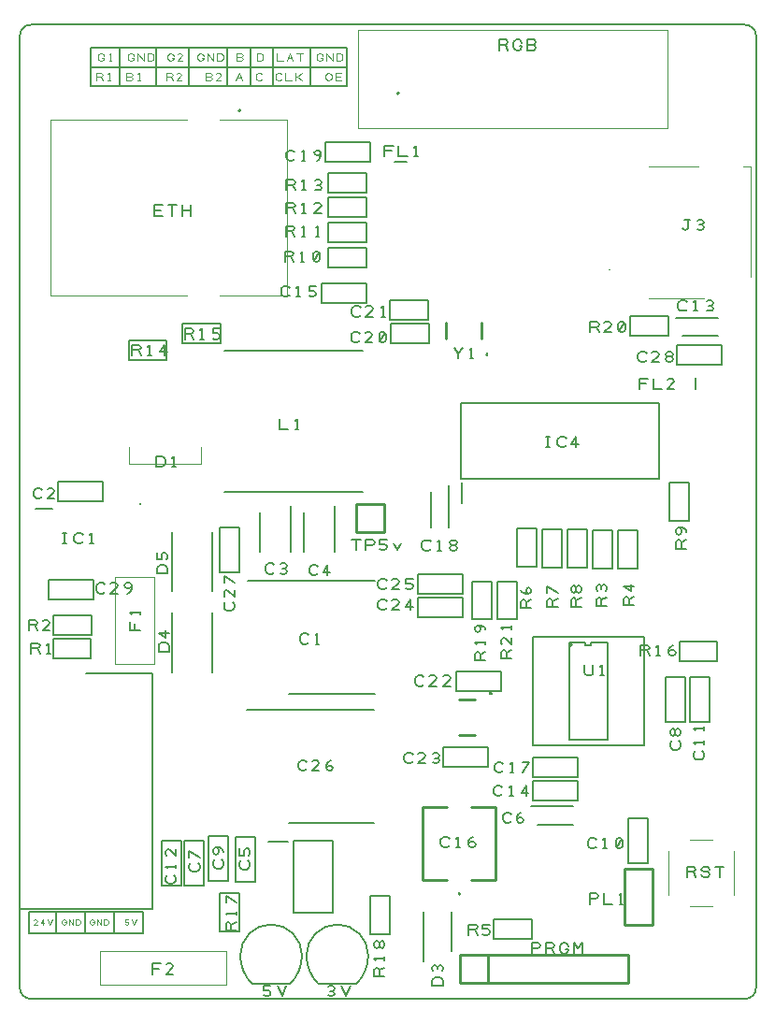
<source format=gto>
G04 DesignSpark PCB Gerber Version 11.0 Build 5877*
G04 #@! TF.Part,Single*
G04 #@! TF.FileFunction,Legend,Top*
G04 #@! TF.FilePolarity,Positive*
%FSLAX35Y35*%
%MOMM*%
%ADD12C,0.02540*%
%ADD13C,0.07620*%
%ADD15C,0.10000*%
%ADD11C,0.12700*%
%ADD14C,0.20000*%
%ADD16C,0.20320*%
%ADD17C,0.25400*%
G04 #@! TD.AperFunction*
X0Y0D02*
D02*
D11*
X120270Y3404940D02*
Y3500190D01*
X175830D01*
X191710Y3492260D01*
X199650Y3476380D01*
X191710Y3460510D01*
X175830Y3452570D01*
X120270D01*
X175830D02*
X199650Y3404940D01*
X310770D02*
X247270D01*
X302830Y3460510D01*
X310770Y3476380D01*
X302830Y3492260D01*
X286960Y3500190D01*
X263150D01*
X247270Y3492260D01*
X123310Y858630D02*
X373310D01*
Y658630D01*
X123310D01*
Y858630D01*
X140810Y68630D02*
X6608310D01*
G75*
G03*
X6708310Y168630I0J100000D01*
G01*
Y8788630D01*
G75*
G03*
X6608310Y8888630I-100000J0D01*
G01*
X140810D01*
G75*
G03*
X40810Y8788630I0J-100000D01*
G01*
Y168630D01*
G75*
G03*
X140810Y68630I100000J0D01*
G01*
X143310Y3194940D02*
Y3290190D01*
X198870D01*
X214750Y3282260D01*
X222690Y3266380D01*
X214750Y3250510D01*
X198870Y3242570D01*
X143310D01*
X198870D02*
X222690Y3194940D01*
X286190D02*
X317940D01*
X302060D02*
Y3290190D01*
X286190Y3274320D01*
X242690Y4613320D02*
X234750Y4605380D01*
X218870Y4597440D01*
X195060D01*
X179190Y4605380D01*
X171250Y4613320D01*
X163310Y4629190D01*
Y4660940D01*
X171250Y4676820D01*
X179190Y4684760D01*
X195060Y4692690D01*
X218870D01*
X234750Y4684760D01*
X242690Y4676820D01*
X353810Y4597440D02*
X290310D01*
X345870Y4653010D01*
X353810Y4668880D01*
X345870Y4684760D01*
X330000Y4692690D01*
X306190D01*
X290310Y4684760D01*
X305110Y3687230D02*
X711510D01*
Y3865030D01*
X305110D01*
Y3687230D01*
X373310Y858630D02*
X633310D01*
Y658630D01*
X373310D01*
Y858630D01*
X388150Y4572450D02*
X794550D01*
Y4750250D01*
X388150D01*
Y4572450D01*
X429080Y4190160D02*
X460830D01*
X444960D02*
Y4285410D01*
X429080D02*
X460830D01*
X611650Y4206040D02*
X603710Y4198100D01*
X587830Y4190160D01*
X564020D01*
X548150Y4198100D01*
X540210Y4206040D01*
X532270Y4221910D01*
Y4253660D01*
X540210Y4269540D01*
X548150Y4277480D01*
X564020Y4285410D01*
X587830D01*
X603710Y4277480D01*
X611650Y4269540D01*
X675150Y4190160D02*
X706900D01*
X691020D02*
Y4285410D01*
X675150Y4269540D01*
X633310Y858630D02*
X893310D01*
Y658630D01*
X633310D01*
Y858630D01*
X682310Y8506630D02*
X942310D01*
Y8336630D01*
X682310D01*
Y8506630D01*
Y8676630D02*
X942310D01*
Y8506630D01*
X682310D01*
Y8676630D01*
X812690Y3755820D02*
X804750Y3747880D01*
X788870Y3739940D01*
X765060D01*
X749190Y3747880D01*
X741250Y3755820D01*
X733310Y3771690D01*
Y3803440D01*
X741250Y3819320D01*
X749190Y3827260D01*
X765060Y3835190D01*
X788870D01*
X804750Y3827260D01*
X812690Y3819320D01*
X923810Y3739940D02*
X860310D01*
X915870Y3795510D01*
X923810Y3811380D01*
X915870Y3827260D01*
X900000Y3835190D01*
X876190D01*
X860310Y3827260D01*
X1011120Y3739940D02*
X1027000Y3747880D01*
X1042870Y3763760D01*
X1050810Y3787570D01*
Y3811380D01*
X1042870Y3827260D01*
X1027000Y3835190D01*
X1011120D01*
X995250Y3827260D01*
X987310Y3811380D01*
X995250Y3795510D01*
X1011120Y3787570D01*
X1027000D01*
X1042870Y3795510D01*
X1050810Y3811380D01*
X893310Y858630D02*
X1153310D01*
Y658630D01*
X893310D01*
Y858630D01*
X942310Y8506630D02*
X1272310D01*
Y8336630D01*
X942310D01*
Y8506630D01*
Y8676630D02*
X1272310D01*
Y8506630D01*
X942310D01*
Y8676630D01*
X1058310Y5894940D02*
Y5990190D01*
X1113870D01*
X1129750Y5982260D01*
X1137690Y5966380D01*
X1129750Y5950510D01*
X1113870Y5942570D01*
X1058310D01*
X1113870D02*
X1137690Y5894940D01*
X1201190D02*
X1232940D01*
X1217060D02*
Y5990190D01*
X1201190Y5974320D01*
X1352000Y5894940D02*
Y5990190D01*
X1312310Y5926690D01*
X1375810D01*
X1130500Y3404390D02*
X1035250D01*
Y3483770D01*
X1082870Y3467890D02*
Y3404390D01*
X1130500Y3547270D02*
Y3579020D01*
Y3563140D02*
X1035250D01*
X1051120Y3547270D01*
X1238310Y292440D02*
Y387690D01*
X1317690D01*
X1301810Y340070D02*
X1238310D01*
X1428810Y292440D02*
X1365310D01*
X1420870Y348010D01*
X1428810Y363880D01*
X1420870Y379760D01*
X1405000Y387690D01*
X1381190D01*
X1365310Y379760D01*
X1256350Y7160160D02*
Y7255410D01*
X1335730D01*
X1319850Y7207790D02*
X1256350D01*
Y7160160D02*
X1335730D01*
X1423040D02*
Y7255410D01*
X1383350D02*
X1462730D01*
X1510350Y7160160D02*
Y7255410D01*
Y7207790D02*
X1589730D01*
Y7160160D02*
Y7255410D01*
X1272310Y8506630D02*
X1572310D01*
Y8336630D01*
X1272310D01*
Y8506630D01*
Y8676630D02*
X1572310D01*
Y8506630D01*
X1272310D01*
Y8676630D01*
X1278310Y4884940D02*
Y4980190D01*
X1325940D01*
X1341810Y4972260D01*
X1349750Y4964320D01*
X1357690Y4948440D01*
Y4916690D01*
X1349750Y4900820D01*
X1341810Y4892880D01*
X1325940Y4884940D01*
X1278310D01*
X1421190D02*
X1452940D01*
X1437060D02*
Y4980190D01*
X1421190Y4964320D01*
X1377500Y3918630D02*
X1282250D01*
Y3966260D01*
X1290180Y3982130D01*
X1298120Y3990070D01*
X1314000Y3998010D01*
X1345750D01*
X1361620Y3990070D01*
X1369560Y3982130D01*
X1377500Y3966260D01*
Y3918630D01*
X1369560Y4045630D02*
X1377500Y4061510D01*
Y4085320D01*
X1369560Y4101190D01*
X1353680Y4109130D01*
X1345750D01*
X1329870Y4101190D01*
X1321930Y4085320D01*
Y4045630D01*
X1282250D01*
Y4109130D01*
X1391500Y3213630D02*
X1296250D01*
Y3261260D01*
X1304180Y3277130D01*
X1312120Y3285070D01*
X1328000Y3293010D01*
X1359750D01*
X1375620Y3285070D01*
X1383560Y3277130D01*
X1391500Y3261260D01*
Y3213630D01*
Y3380320D02*
X1296250D01*
X1359750Y3340630D01*
Y3404130D01*
X1438080Y1187790D02*
X1446020Y1179850D01*
X1453960Y1163970D01*
Y1140160D01*
X1446020Y1124290D01*
X1438080Y1116350D01*
X1422210Y1108410D01*
X1390460D01*
X1374580Y1116350D01*
X1366640Y1124290D01*
X1358710Y1140160D01*
Y1163970D01*
X1366640Y1179850D01*
X1374580Y1187790D01*
X1453960Y1251290D02*
Y1283040D01*
Y1267160D02*
X1358710D01*
X1374580Y1251290D01*
X1453960Y1425910D02*
Y1362410D01*
X1398390Y1417970D01*
X1382520Y1425910D01*
X1366640Y1417970D01*
X1358710Y1402100D01*
Y1378290D01*
X1366640Y1362410D01*
X1499710Y1092930D02*
Y1499330D01*
X1321910D01*
Y1092930D01*
X1499710D01*
X1533310Y6042440D02*
Y6137690D01*
X1588870D01*
X1604750Y6129760D01*
X1612690Y6113880D01*
X1604750Y6098010D01*
X1588870Y6090070D01*
X1533310D01*
X1588870D02*
X1612690Y6042440D01*
X1676190D02*
X1707940D01*
X1692060D02*
Y6137690D01*
X1676190Y6121820D01*
X1787310Y6050380D02*
X1803190Y6042440D01*
X1827000D01*
X1842870Y6050380D01*
X1850810Y6066260D01*
Y6074190D01*
X1842870Y6090070D01*
X1827000Y6098010D01*
X1787310D01*
Y6137690D01*
X1850810D01*
X1572310Y8506630D02*
X1922310D01*
Y8336630D01*
X1572310D01*
Y8506630D01*
Y8676630D02*
X1922310D01*
Y8506630D01*
X1572310D01*
Y8676630D01*
X1653620Y1300290D02*
X1661560Y1292350D01*
X1669500Y1276470D01*
Y1252660D01*
X1661560Y1236790D01*
X1653620Y1228850D01*
X1637750Y1220910D01*
X1606000D01*
X1590120Y1228850D01*
X1582180Y1236790D01*
X1574250Y1252660D01*
Y1276470D01*
X1582180Y1292350D01*
X1590120Y1300290D01*
X1669500Y1347910D02*
X1574250Y1411410D01*
Y1347910D01*
X1705250Y1095430D02*
Y1501830D01*
X1527450D01*
Y1095430D01*
X1705250D01*
X1849410Y4334330D02*
Y3927930D01*
X2027210D01*
Y4334330D01*
X1849410D01*
X1871660Y1328010D02*
X1879600Y1320070D01*
X1887540Y1304190D01*
Y1280380D01*
X1879600Y1264510D01*
X1871660Y1256570D01*
X1855790Y1248630D01*
X1824040D01*
X1808160Y1256570D01*
X1800220Y1264510D01*
X1792290Y1280380D01*
Y1304190D01*
X1800220Y1320070D01*
X1808160Y1328010D01*
X1887540Y1399440D02*
X1879600Y1415320D01*
X1863720Y1431190D01*
X1839910Y1439130D01*
X1816100D01*
X1800220Y1431190D01*
X1792290Y1415320D01*
Y1399440D01*
X1800220Y1383570D01*
X1816100Y1375630D01*
X1831970Y1383570D01*
X1839910Y1399440D01*
Y1415320D01*
X1831970Y1431190D01*
X1816100Y1439130D01*
X1922310Y8506630D02*
X2132310D01*
Y8336630D01*
X1922310D01*
Y8506630D01*
Y8676630D02*
X2132310D01*
Y8506630D01*
X1922310D01*
Y8676630D01*
X1930250Y1133150D02*
Y1539550D01*
X1752450D01*
Y1133150D01*
X1930250D01*
X1968620Y3662250D02*
X1976560Y3654310D01*
X1984500Y3638430D01*
Y3614620D01*
X1976560Y3598750D01*
X1968620Y3590810D01*
X1952750Y3582870D01*
X1921000D01*
X1905120Y3590810D01*
X1897180Y3598750D01*
X1889250Y3614620D01*
Y3638430D01*
X1897180Y3654310D01*
X1905120Y3662250D01*
X1984500Y3773370D02*
Y3709870D01*
X1928930Y3765430D01*
X1913060Y3773370D01*
X1897180Y3765430D01*
X1889250Y3749560D01*
Y3725750D01*
X1897180Y3709870D01*
X1984500Y3836870D02*
X1889250Y3900370D01*
Y3836870D01*
X2001460Y685910D02*
X1906210D01*
Y741470D01*
X1914140Y757350D01*
X1930020Y765290D01*
X1945890Y757350D01*
X1953830Y741470D01*
Y685910D01*
Y741470D02*
X2001460Y765290D01*
Y828790D02*
Y860540D01*
Y844660D02*
X1906210D01*
X1922080Y828790D01*
X2001460Y939910D02*
X1906210Y1003410D01*
Y939910D01*
X2132310Y8506630D02*
X2332310D01*
Y8336630D01*
X2132310D01*
Y8506630D01*
Y8676630D02*
X2332310D01*
Y8506630D01*
X2132310D01*
Y8676630D01*
X2108620Y1320290D02*
X2116560Y1312350D01*
X2124500Y1296470D01*
Y1272660D01*
X2116560Y1256790D01*
X2108620Y1248850D01*
X2092750Y1240910D01*
X2061000D01*
X2045120Y1248850D01*
X2037180Y1256790D01*
X2029250Y1272660D01*
Y1296470D01*
X2037180Y1312350D01*
X2045120Y1320290D01*
X2116560Y1367910D02*
X2124500Y1383790D01*
Y1407600D01*
X2116560Y1423470D01*
X2100680Y1431410D01*
X2092750D01*
X2076870Y1423470D01*
X2068930Y1407600D01*
Y1367910D01*
X2029250D01*
Y1431410D01*
X2172210Y1130430D02*
Y1536830D01*
X1994410D01*
Y1130430D01*
X2172210D01*
X2248310Y100380D02*
X2264190Y92440D01*
X2288000D01*
X2303870Y100380D01*
X2311810Y116260D01*
Y124190D01*
X2303870Y140070D01*
X2288000Y148010D01*
X2248310D01*
Y187690D01*
X2311810D01*
X2375310D02*
X2415000Y92440D01*
X2454690Y187690D01*
X2345190Y3933320D02*
X2337250Y3925380D01*
X2321370Y3917440D01*
X2297560D01*
X2281690Y3925380D01*
X2273750Y3933320D01*
X2265810Y3949190D01*
Y3980940D01*
X2273750Y3996820D01*
X2281690Y4004760D01*
X2297560Y4012690D01*
X2321370D01*
X2337250Y4004760D01*
X2345190Y3996820D01*
X2400750Y3925380D02*
X2416620Y3917440D01*
X2432500D01*
X2448370Y3925380D01*
X2456310Y3941260D01*
X2448370Y3957130D01*
X2432500Y3965070D01*
X2416620D01*
X2432500D02*
X2448370Y3973010D01*
X2456310Y3988880D01*
X2448370Y4004760D01*
X2432500Y4012690D01*
X2416620D01*
X2400750Y4004760D01*
X2332310Y8506630D02*
X2672310D01*
Y8336630D01*
X2332310D01*
Y8506630D01*
Y8676630D02*
X2672310D01*
Y8506630D01*
X2332310D01*
Y8676630D01*
X2391350Y5320950D02*
Y5225700D01*
X2470730D01*
X2534230D02*
X2565980D01*
X2550100D02*
Y5320950D01*
X2534230Y5305080D01*
X2485190Y6440820D02*
X2477250Y6432880D01*
X2461370Y6424940D01*
X2437560D01*
X2421690Y6432880D01*
X2413750Y6440820D01*
X2405810Y6456690D01*
Y6488440D01*
X2413750Y6504320D01*
X2421690Y6512260D01*
X2437560Y6520190D01*
X2461370D01*
X2477250Y6512260D01*
X2485190Y6504320D01*
X2548690Y6424940D02*
X2580440D01*
X2564560D02*
Y6520190D01*
X2548690Y6504320D01*
X2659810Y6432880D02*
X2675690Y6424940D01*
X2699500D01*
X2715370Y6432880D01*
X2723310Y6448760D01*
Y6456690D01*
X2715370Y6472570D01*
X2699500Y6480510D01*
X2659810D01*
Y6520190D01*
X2723310D01*
X2440810Y6742440D02*
Y6837690D01*
X2496370D01*
X2512250Y6829760D01*
X2520190Y6813880D01*
X2512250Y6798010D01*
X2496370Y6790070D01*
X2440810D01*
X2496370D02*
X2520190Y6742440D01*
X2583690D02*
X2615440D01*
X2599560D02*
Y6837690D01*
X2583690Y6821820D01*
X2702750Y6750380D02*
X2718620Y6742440D01*
X2734500D01*
X2750370Y6750380D01*
X2758310Y6766260D01*
Y6813880D01*
X2750370Y6829760D01*
X2734500Y6837690D01*
X2718620D01*
X2702750Y6829760D01*
X2694810Y6813880D01*
Y6766260D01*
X2702750Y6750380D01*
X2750370Y6829760D01*
X2450810Y6972440D02*
Y7067690D01*
X2506370D01*
X2522250Y7059760D01*
X2530190Y7043880D01*
X2522250Y7028010D01*
X2506370Y7020070D01*
X2450810D01*
X2506370D02*
X2530190Y6972440D01*
X2593690D02*
X2625440D01*
X2609560D02*
Y7067690D01*
X2593690Y7051820D01*
X2720690Y6972440D02*
X2752440D01*
X2736560D02*
Y7067690D01*
X2720690Y7051820D01*
X2530190Y7673320D02*
X2522250Y7665380D01*
X2506370Y7657440D01*
X2482560D01*
X2466690Y7665380D01*
X2458750Y7673320D01*
X2450810Y7689190D01*
Y7720940D01*
X2458750Y7736820D01*
X2466690Y7744760D01*
X2482560Y7752690D01*
X2506370D01*
X2522250Y7744760D01*
X2530190Y7736820D01*
X2593690Y7657440D02*
X2625440D01*
X2609560D02*
Y7752690D01*
X2593690Y7736820D01*
X2728620Y7657440D02*
X2744500Y7665380D01*
X2760370Y7681260D01*
X2768310Y7705070D01*
Y7728880D01*
X2760370Y7744760D01*
X2744500Y7752690D01*
X2728620D01*
X2712750Y7744760D01*
X2704810Y7728880D01*
X2712750Y7713010D01*
X2728620Y7705070D01*
X2744500D01*
X2760370Y7713010D01*
X2768310Y7728880D01*
X2455810Y7182440D02*
Y7277690D01*
X2511370D01*
X2527250Y7269760D01*
X2535190Y7253880D01*
X2527250Y7238010D01*
X2511370Y7230070D01*
X2455810D01*
X2511370D02*
X2535190Y7182440D01*
X2598690D02*
X2630440D01*
X2614560D02*
Y7277690D01*
X2598690Y7261820D01*
X2773310Y7182440D02*
X2709810D01*
X2765370Y7238010D01*
X2773310Y7253880D01*
X2765370Y7269760D01*
X2749500Y7277690D01*
X2725690D01*
X2709810Y7269760D01*
X2455810Y7389940D02*
Y7485190D01*
X2511370D01*
X2527250Y7477260D01*
X2535190Y7461380D01*
X2527250Y7445510D01*
X2511370Y7437570D01*
X2455810D01*
X2511370D02*
X2535190Y7389940D01*
X2598690D02*
X2630440D01*
X2614560D02*
Y7485190D01*
X2598690Y7469320D01*
X2717750Y7397880D02*
X2733620Y7389940D01*
X2749500D01*
X2765370Y7397880D01*
X2773310Y7413760D01*
X2765370Y7429630D01*
X2749500Y7437570D01*
X2733620D01*
X2749500D02*
X2765370Y7445510D01*
X2773310Y7461380D01*
X2765370Y7477260D01*
X2749500Y7485190D01*
X2733620D01*
X2717750Y7477260D01*
X2640160Y2150060D02*
X2632220Y2142120D01*
X2616340Y2134180D01*
X2592530D01*
X2576660Y2142120D01*
X2568720Y2150060D01*
X2560780Y2165930D01*
Y2197680D01*
X2568720Y2213560D01*
X2576660Y2221500D01*
X2592530Y2229430D01*
X2616340D01*
X2632220Y2221500D01*
X2640160Y2213560D01*
X2751280Y2134180D02*
X2687780D01*
X2743340Y2189750D01*
X2751280Y2205620D01*
X2743340Y2221500D01*
X2727470Y2229430D01*
X2703660D01*
X2687780Y2221500D01*
X2814780Y2158000D02*
X2822720Y2173870D01*
X2838590Y2181810D01*
X2854470D01*
X2870340Y2173870D01*
X2878280Y2158000D01*
X2870340Y2142120D01*
X2854470Y2134180D01*
X2838590D01*
X2822720Y2142120D01*
X2814780Y2158000D01*
Y2181810D01*
X2822720Y2205620D01*
X2838590Y2221500D01*
X2854470Y2229430D01*
X2655190Y3298320D02*
X2647250Y3290380D01*
X2631370Y3282440D01*
X2607560D01*
X2591690Y3290380D01*
X2583750Y3298320D01*
X2575810Y3314190D01*
Y3345940D01*
X2583750Y3361820D01*
X2591690Y3369760D01*
X2607560Y3377690D01*
X2631370D01*
X2647250Y3369760D01*
X2655190Y3361820D01*
X2718690Y3282440D02*
X2750440D01*
X2734560D02*
Y3377690D01*
X2718690Y3361820D01*
X2595750Y463350D02*
G75*
G03*
X2316350Y742750I-279400J0D01*
G01*
G75*
G03*
X2036950Y463350I0J-279400D01*
G01*
G75*
G03*
X2146170Y201730I370410J1030D01*
G01*
X2486530D01*
G75*
G03*
X2595750Y463350I-261190J262650D01*
G01*
X2740190Y3918320D02*
X2732250Y3910380D01*
X2716370Y3902440D01*
X2692560D01*
X2676690Y3910380D01*
X2668750Y3918320D01*
X2660810Y3934190D01*
Y3965940D01*
X2668750Y3981820D01*
X2676690Y3989760D01*
X2692560Y3997690D01*
X2716370D01*
X2732250Y3989760D01*
X2740190Y3981820D01*
X2827500Y3902440D02*
Y3997690D01*
X2787810Y3934190D01*
X2851310D01*
X2672310Y8506630D02*
X3002310D01*
Y8336630D01*
X2672310D01*
Y8506630D01*
Y8676630D02*
X3002310D01*
Y8506630D01*
X2672310D01*
Y8676630D01*
X2836250Y100380D02*
X2852120Y92440D01*
X2868000D01*
X2883870Y100380D01*
X2891810Y116260D01*
X2883870Y132130D01*
X2868000Y140070D01*
X2852120D01*
X2868000D02*
X2883870Y148010D01*
X2891810Y163880D01*
X2883870Y179760D01*
X2868000Y187690D01*
X2852120D01*
X2836250Y179760D01*
X2955310Y187690D02*
X2995000Y92440D01*
X3034690Y187690D01*
X3120190Y6028320D02*
X3112250Y6020380D01*
X3096370Y6012440D01*
X3072560D01*
X3056690Y6020380D01*
X3048750Y6028320D01*
X3040810Y6044190D01*
Y6075940D01*
X3048750Y6091820D01*
X3056690Y6099760D01*
X3072560Y6107690D01*
X3096370D01*
X3112250Y6099760D01*
X3120190Y6091820D01*
X3231310Y6012440D02*
X3167810D01*
X3223370Y6068010D01*
X3231310Y6083880D01*
X3223370Y6099760D01*
X3207500Y6107690D01*
X3183690D01*
X3167810Y6099760D01*
X3302750Y6020380D02*
X3318620Y6012440D01*
X3334500D01*
X3350370Y6020380D01*
X3358310Y6036260D01*
Y6083880D01*
X3350370Y6099760D01*
X3334500Y6107690D01*
X3318620D01*
X3302750Y6099760D01*
X3294810Y6083880D01*
Y6036260D01*
X3302750Y6020380D01*
X3350370Y6099760D01*
X3088000Y4132440D02*
Y4227690D01*
X3048310D02*
X3127690D01*
X3175310Y4132440D02*
Y4227690D01*
X3230870D01*
X3246750Y4219760D01*
X3254690Y4203880D01*
X3246750Y4188010D01*
X3230870Y4180070D01*
X3175310D01*
X3302310Y4140380D02*
X3318190Y4132440D01*
X3342000D01*
X3357870Y4140380D01*
X3365810Y4156260D01*
Y4164190D01*
X3357870Y4180070D01*
X3342000Y4188010D01*
X3302310D01*
Y4227690D01*
X3365810D01*
X3429310Y4195940D02*
X3461060Y4132440D01*
X3492810Y4195940D01*
X3127690Y6260820D02*
X3119750Y6252880D01*
X3103870Y6244940D01*
X3080060D01*
X3064190Y6252880D01*
X3056250Y6260820D01*
X3048310Y6276690D01*
Y6308440D01*
X3056250Y6324320D01*
X3064190Y6332260D01*
X3080060Y6340190D01*
X3103870D01*
X3119750Y6332260D01*
X3127690Y6324320D01*
X3238810Y6244940D02*
X3175310D01*
X3230870Y6300510D01*
X3238810Y6316380D01*
X3230870Y6332260D01*
X3215000Y6340190D01*
X3191190D01*
X3175310Y6332260D01*
X3318190Y6244940D02*
X3349940D01*
X3334060D02*
Y6340190D01*
X3318190Y6324320D01*
X3181510Y6545530D02*
X2775110D01*
Y6367730D01*
X3181510D01*
Y6545530D01*
X3195750Y463350D02*
G75*
G03*
X2916350Y742750I-279400J0D01*
G01*
G75*
G03*
X2636950Y463350I0J-279400D01*
G01*
G75*
G03*
X2746170Y201730I370410J1030D01*
G01*
X3086530D01*
G75*
G03*
X3195750Y463350I-261190J262650D01*
G01*
X3211510Y7823530D02*
X2805110D01*
Y7645730D01*
X3211510D01*
Y7823530D01*
X3362690Y3605820D02*
X3354750Y3597880D01*
X3338870Y3589940D01*
X3315060D01*
X3299190Y3597880D01*
X3291250Y3605820D01*
X3283310Y3621690D01*
Y3653440D01*
X3291250Y3669320D01*
X3299190Y3677260D01*
X3315060Y3685190D01*
X3338870D01*
X3354750Y3677260D01*
X3362690Y3669320D01*
X3473810Y3589940D02*
X3410310D01*
X3465870Y3645510D01*
X3473810Y3661380D01*
X3465870Y3677260D01*
X3450000Y3685190D01*
X3426190D01*
X3410310Y3677260D01*
X3577000Y3589940D02*
Y3685190D01*
X3537310Y3621690D01*
X3600810D01*
X3362690Y3792320D02*
X3354750Y3784380D01*
X3338870Y3776440D01*
X3315060D01*
X3299190Y3784380D01*
X3291250Y3792320D01*
X3283310Y3808190D01*
Y3839940D01*
X3291250Y3855820D01*
X3299190Y3863760D01*
X3315060Y3871690D01*
X3338870D01*
X3354750Y3863760D01*
X3362690Y3855820D01*
X3473810Y3776440D02*
X3410310D01*
X3465870Y3832010D01*
X3473810Y3847880D01*
X3465870Y3863760D01*
X3450000Y3871690D01*
X3426190D01*
X3410310Y3863760D01*
X3537310Y3784380D02*
X3553190Y3776440D01*
X3577000D01*
X3592870Y3784380D01*
X3600810Y3800260D01*
Y3808190D01*
X3592870Y3824070D01*
X3577000Y3832010D01*
X3537310D01*
Y3871690D01*
X3600810D01*
X3343310Y7697440D02*
Y7792690D01*
X3422690D01*
X3406810Y7745070D02*
X3343310D01*
X3470310Y7792690D02*
Y7697440D01*
X3549690D01*
X3613190D02*
X3644940D01*
X3629060D02*
Y7792690D01*
X3613190Y7776820D01*
X3344500Y273630D02*
X3249250D01*
Y329190D01*
X3257180Y345070D01*
X3273060Y353010D01*
X3288930Y345070D01*
X3296870Y329190D01*
Y273630D01*
Y329190D02*
X3344500Y353010D01*
Y416510D02*
Y448260D01*
Y432380D02*
X3249250D01*
X3265120Y416510D01*
X3296870Y551440D02*
Y567320D01*
X3288930Y583190D01*
X3273060Y591130D01*
X3257180Y583190D01*
X3249250Y567320D01*
Y551440D01*
X3257180Y535570D01*
X3273060Y527630D01*
X3288930Y535570D01*
X3296870Y551440D01*
X3304810Y535570D01*
X3320680Y527630D01*
X3336560Y535570D01*
X3344500Y551440D01*
Y567320D01*
X3336560Y583190D01*
X3320680Y591130D01*
X3304810Y583190D01*
X3296870Y567320D01*
X3600190Y2218320D02*
X3592250Y2210380D01*
X3576370Y2202440D01*
X3552560D01*
X3536690Y2210380D01*
X3528750Y2218320D01*
X3520810Y2234190D01*
Y2265940D01*
X3528750Y2281820D01*
X3536690Y2289760D01*
X3552560Y2297690D01*
X3576370D01*
X3592250Y2289760D01*
X3600190Y2281820D01*
X3711310Y2202440D02*
X3647810D01*
X3703370Y2258010D01*
X3711310Y2273880D01*
X3703370Y2289760D01*
X3687500Y2297690D01*
X3663690D01*
X3647810Y2289760D01*
X3782750Y2210380D02*
X3798620Y2202440D01*
X3814500D01*
X3830370Y2210380D01*
X3838310Y2226260D01*
X3830370Y2242130D01*
X3814500Y2250070D01*
X3798620D01*
X3814500D02*
X3830370Y2258010D01*
X3838310Y2273880D01*
X3830370Y2289760D01*
X3814500Y2297690D01*
X3798620D01*
X3782750Y2289760D01*
X3700190Y2916040D02*
X3692250Y2908100D01*
X3676370Y2900160D01*
X3652560D01*
X3636690Y2908100D01*
X3628750Y2916040D01*
X3620810Y2931910D01*
Y2963660D01*
X3628750Y2979540D01*
X3636690Y2987480D01*
X3652560Y2995410D01*
X3676370D01*
X3692250Y2987480D01*
X3700190Y2979540D01*
X3811310Y2900160D02*
X3747810D01*
X3803370Y2955730D01*
X3811310Y2971600D01*
X3803370Y2987480D01*
X3787500Y2995410D01*
X3763690D01*
X3747810Y2987480D01*
X3938310Y2900160D02*
X3874810D01*
X3930370Y2955730D01*
X3938310Y2971600D01*
X3930370Y2987480D01*
X3914500Y2995410D01*
X3890690D01*
X3874810Y2987480D01*
X3762690Y4143320D02*
X3754750Y4135380D01*
X3738870Y4127440D01*
X3715060D01*
X3699190Y4135380D01*
X3691250Y4143320D01*
X3683310Y4159190D01*
Y4190940D01*
X3691250Y4206820D01*
X3699190Y4214760D01*
X3715060Y4222690D01*
X3738870D01*
X3754750Y4214760D01*
X3762690Y4206820D01*
X3826190Y4127440D02*
X3857940D01*
X3842060D02*
Y4222690D01*
X3826190Y4206820D01*
X3961120Y4175070D02*
X3977000D01*
X3992870Y4183010D01*
X4000810Y4198880D01*
X3992870Y4214760D01*
X3977000Y4222690D01*
X3961120D01*
X3945250Y4214760D01*
X3937310Y4198880D01*
X3945250Y4183010D01*
X3961120Y4175070D01*
X3945250Y4167130D01*
X3937310Y4151260D01*
X3945250Y4135380D01*
X3961120Y4127440D01*
X3977000D01*
X3992870Y4135380D01*
X4000810Y4151260D01*
X3992870Y4167130D01*
X3977000Y4175070D01*
X3930190Y1458320D02*
X3922250Y1450380D01*
X3906370Y1442440D01*
X3882560D01*
X3866690Y1450380D01*
X3858750Y1458320D01*
X3850810Y1474190D01*
Y1505940D01*
X3858750Y1521820D01*
X3866690Y1529760D01*
X3882560Y1537690D01*
X3906370D01*
X3922250Y1529760D01*
X3930190Y1521820D01*
X3993690Y1442440D02*
X4025440D01*
X4009560D02*
Y1537690D01*
X3993690Y1521820D01*
X4104810Y1466260D02*
X4112750Y1482130D01*
X4128620Y1490070D01*
X4144500D01*
X4160370Y1482130D01*
X4168310Y1466260D01*
X4160370Y1450380D01*
X4144500Y1442440D01*
X4128620D01*
X4112750Y1450380D01*
X4104810Y1466260D01*
Y1490070D01*
X4112750Y1513880D01*
X4128620Y1529760D01*
X4144500Y1537690D01*
X3875110Y2167450D02*
X4281510D01*
Y2345250D01*
X3875110D01*
Y2167450D01*
X3871970Y186130D02*
X3776720D01*
Y233760D01*
X3784650Y249630D01*
X3792590Y257570D01*
X3808470Y265510D01*
X3840220D01*
X3856090Y257570D01*
X3864030Y249630D01*
X3871970Y233760D01*
Y186130D01*
X3864030Y321070D02*
X3871970Y336940D01*
Y352820D01*
X3864030Y368690D01*
X3848150Y376630D01*
X3832280Y368690D01*
X3824340Y352820D01*
Y336940D01*
Y352820D02*
X3816400Y368690D01*
X3800530Y376630D01*
X3784650Y368690D01*
X3776720Y352820D01*
Y336940D01*
X3784650Y321070D01*
X4013000Y5867440D02*
Y5915070D01*
X3973310Y5962690D01*
X4013000Y5915070D02*
X4052690Y5962690D01*
X4116190Y5867440D02*
X4147940D01*
X4132060D02*
Y5962690D01*
X4116190Y5946820D01*
X4052510Y3701530D02*
X3646110D01*
Y3523730D01*
X4052510D01*
Y3701530D01*
X4053510Y3916530D02*
X3647110D01*
Y3738730D01*
X4053510D01*
Y3916530D01*
X4105810Y647440D02*
Y742690D01*
X4161370D01*
X4177250Y734760D01*
X4185190Y718880D01*
X4177250Y703010D01*
X4161370Y695070D01*
X4105810D01*
X4161370D02*
X4185190Y647440D01*
X4232810Y655380D02*
X4248690Y647440D01*
X4272500D01*
X4288370Y655380D01*
X4296310Y671260D01*
Y679190D01*
X4288370Y695070D01*
X4272500Y703010D01*
X4232810D01*
Y742690D01*
X4296310D01*
X4259500Y3133630D02*
X4164250D01*
Y3189190D01*
X4172180Y3205070D01*
X4188060Y3213010D01*
X4203930Y3205070D01*
X4211870Y3189190D01*
Y3133630D01*
Y3189190D02*
X4259500Y3213010D01*
Y3276510D02*
Y3308260D01*
Y3292380D02*
X4164250D01*
X4180120Y3276510D01*
X4259500Y3411440D02*
X4251560Y3427320D01*
X4235680Y3443190D01*
X4211870Y3451130D01*
X4188060D01*
X4172180Y3443190D01*
X4164250Y3427320D01*
Y3411440D01*
X4172180Y3395570D01*
X4188060Y3387630D01*
X4203930Y3395570D01*
X4211870Y3411440D01*
Y3427320D01*
X4203930Y3443190D01*
X4188060Y3451130D01*
X4410190Y1920820D02*
X4402250Y1912880D01*
X4386370Y1904940D01*
X4362560D01*
X4346690Y1912880D01*
X4338750Y1920820D01*
X4330810Y1936690D01*
Y1968440D01*
X4338750Y1984320D01*
X4346690Y1992260D01*
X4362560Y2000190D01*
X4386370D01*
X4402250Y1992260D01*
X4410190Y1984320D01*
X4473690Y1904940D02*
X4505440D01*
X4489560D02*
Y2000190D01*
X4473690Y1984320D01*
X4624500Y1904940D02*
Y2000190D01*
X4584810Y1936690D01*
X4648310D01*
X4417690Y2132320D02*
X4409750Y2124380D01*
X4393870Y2116440D01*
X4370060D01*
X4354190Y2124380D01*
X4346250Y2132320D01*
X4338310Y2148190D01*
Y2179940D01*
X4346250Y2195820D01*
X4354190Y2203760D01*
X4370060Y2211690D01*
X4393870D01*
X4409750Y2203760D01*
X4417690Y2195820D01*
X4481190Y2116440D02*
X4512940D01*
X4497060D02*
Y2211690D01*
X4481190Y2195820D01*
X4592310Y2116440D02*
X4655810Y2211690D01*
X4592310D01*
X4382810Y8657440D02*
Y8752690D01*
X4438370D01*
X4454250Y8744760D01*
X4462190Y8728880D01*
X4454250Y8713010D01*
X4438370Y8705070D01*
X4382810D01*
X4438370D02*
X4462190Y8657440D01*
X4565370Y8697130D02*
X4589190D01*
Y8689190D01*
X4581250Y8673320D01*
X4573310Y8665380D01*
X4557440Y8657440D01*
X4541560D01*
X4525690Y8665380D01*
X4517750Y8673320D01*
X4509810Y8689190D01*
Y8720940D01*
X4517750Y8736820D01*
X4525690Y8744760D01*
X4541560Y8752690D01*
X4557440D01*
X4573310Y8744760D01*
X4581250Y8736820D01*
X4589190Y8720940D01*
X4692370Y8705070D02*
X4708250Y8697130D01*
X4716190Y8681260D01*
X4708250Y8665380D01*
X4692370Y8657440D01*
X4636810D01*
Y8752690D01*
X4692370D01*
X4708250Y8744760D01*
X4716190Y8728880D01*
X4708250Y8713010D01*
X4692370Y8705070D01*
X4636810D01*
X4396510Y3035250D02*
X3990110D01*
Y2857450D01*
X4396510D01*
Y3035250D01*
X4492690Y1678320D02*
X4484750Y1670380D01*
X4468870Y1662440D01*
X4445060D01*
X4429190Y1670380D01*
X4421250Y1678320D01*
X4413310Y1694190D01*
Y1725940D01*
X4421250Y1741820D01*
X4429190Y1749760D01*
X4445060Y1757690D01*
X4468870D01*
X4484750Y1749760D01*
X4492690Y1741820D01*
X4540310Y1686260D02*
X4548250Y1702130D01*
X4564120Y1710070D01*
X4580000D01*
X4595870Y1702130D01*
X4603810Y1686260D01*
X4595870Y1670380D01*
X4580000Y1662440D01*
X4564120D01*
X4548250Y1670380D01*
X4540310Y1686260D01*
Y1710070D01*
X4548250Y1733880D01*
X4564120Y1749760D01*
X4580000Y1757690D01*
X4494500Y3148630D02*
X4399250D01*
Y3204190D01*
X4407180Y3220070D01*
X4423060Y3228010D01*
X4438930Y3220070D01*
X4446870Y3204190D01*
Y3148630D01*
Y3204190D02*
X4494500Y3228010D01*
Y3339130D02*
Y3275630D01*
X4438930Y3331190D01*
X4423060Y3339130D01*
X4407180Y3331190D01*
X4399250Y3315320D01*
Y3291510D01*
X4407180Y3275630D01*
X4494500Y3418510D02*
Y3450260D01*
Y3434380D02*
X4399250D01*
X4415120Y3418510D01*
X4675810Y479940D02*
Y575190D01*
X4731370D01*
X4747250Y567260D01*
X4755190Y551380D01*
X4747250Y535510D01*
X4731370Y527570D01*
X4675810D01*
X4802810Y479940D02*
Y575190D01*
X4858370D01*
X4874250Y567260D01*
X4882190Y551380D01*
X4874250Y535510D01*
X4858370Y527570D01*
X4802810D01*
X4858370D02*
X4882190Y479940D01*
X4985370Y519630D02*
X5009190D01*
Y511690D01*
X5001250Y495820D01*
X4993310Y487880D01*
X4977440Y479940D01*
X4961560D01*
X4945690Y487880D01*
X4937750Y495820D01*
X4929810Y511690D01*
Y543440D01*
X4937750Y559320D01*
X4945690Y567260D01*
X4961560Y575190D01*
X4977440D01*
X4993310Y567260D01*
X5001250Y559320D01*
X5009190Y543440D01*
X5056810Y479940D02*
Y575190D01*
X5096500Y527570D01*
X5136190Y575190D01*
Y479940D01*
X4685110Y1867230D02*
X5091510D01*
Y2045030D01*
X4685110D01*
Y1867230D01*
X4687610Y2074730D02*
X5094010D01*
Y2252530D01*
X4687610D01*
Y2074730D01*
X4672760Y3606130D02*
X4577510D01*
Y3661690D01*
X4585440Y3677570D01*
X4601320Y3685510D01*
X4617190Y3677570D01*
X4625130Y3661690D01*
Y3606130D01*
Y3661690D02*
X4672760Y3685510D01*
X4648940Y3733130D02*
X4633070Y3741070D01*
X4625130Y3756940D01*
Y3772820D01*
X4633070Y3788690D01*
X4648940Y3796630D01*
X4664820Y3788690D01*
X4672760Y3772820D01*
Y3756940D01*
X4664820Y3741070D01*
X4648940Y3733130D01*
X4625130D01*
X4601320Y3741070D01*
X4585440Y3756940D01*
X4577510Y3772820D01*
X4807150Y5063200D02*
X4838900D01*
X4823030D02*
Y5158450D01*
X4807150D02*
X4838900D01*
X4989720Y5079080D02*
X4981780Y5071140D01*
X4965900Y5063200D01*
X4942090D01*
X4926220Y5071140D01*
X4918280Y5079080D01*
X4910340Y5094950D01*
Y5126700D01*
X4918280Y5142580D01*
X4926220Y5150520D01*
X4942090Y5158450D01*
X4965900D01*
X4981780Y5150520D01*
X4989720Y5142580D01*
X5077030Y5063200D02*
Y5158450D01*
X5037340Y5094950D01*
X5100840D01*
X4912000Y3616130D02*
X4816750D01*
Y3671690D01*
X4824680Y3687570D01*
X4840560Y3695510D01*
X4856430Y3687570D01*
X4864370Y3671690D01*
Y3616130D01*
Y3671690D02*
X4912000Y3695510D01*
Y3743130D02*
X4816750Y3806630D01*
Y3743130D01*
X5029360Y3291430D02*
G75*
G03*
Y3264830I0J-13300D01*
G01*
G75*
G03*
Y3291430I0J13300D01*
G01*
G36*
X5029360Y3291430D02*
G75*
G03*
Y3264830I0J-13300D01*
G01*
G75*
G03*
Y3291430I0J13300D01*
G01*
G37*
X5127760Y3618630D02*
X5032510D01*
Y3674190D01*
X5040440Y3690070D01*
X5056320Y3698010D01*
X5072190Y3690070D01*
X5080130Y3674190D01*
Y3618630D01*
Y3674190D02*
X5127760Y3698010D01*
X5080130Y3769440D02*
Y3785320D01*
X5072190Y3801190D01*
X5056320Y3809130D01*
X5040440Y3801190D01*
X5032510Y3785320D01*
Y3769440D01*
X5040440Y3753570D01*
X5056320Y3745630D01*
X5072190Y3753570D01*
X5080130Y3769440D01*
X5088070Y3753570D01*
X5103940Y3745630D01*
X5119820Y3753570D01*
X5127760Y3769440D01*
Y3785320D01*
X5119820Y3801190D01*
X5103940Y3809130D01*
X5088070Y3801190D01*
X5080130Y3785320D01*
X5153310Y3095190D02*
Y3023760D01*
X5161250Y3007880D01*
X5177120Y2999940D01*
X5208870D01*
X5224750Y3007880D01*
X5232690Y3023760D01*
Y3095190D01*
X5296190Y2999940D02*
X5327940D01*
X5312060D02*
Y3095190D01*
X5296190Y3079320D01*
X5262690Y1445820D02*
X5254750Y1437880D01*
X5238870Y1429940D01*
X5215060D01*
X5199190Y1437880D01*
X5191250Y1445820D01*
X5183310Y1461690D01*
Y1493440D01*
X5191250Y1509320D01*
X5199190Y1517260D01*
X5215060Y1525190D01*
X5238870D01*
X5254750Y1517260D01*
X5262690Y1509320D01*
X5326190Y1429940D02*
X5357940D01*
X5342060D02*
Y1525190D01*
X5326190Y1509320D01*
X5445250Y1437880D02*
X5461120Y1429940D01*
X5477000D01*
X5492870Y1437880D01*
X5500810Y1453760D01*
Y1501380D01*
X5492870Y1517260D01*
X5477000Y1525190D01*
X5461120D01*
X5445250Y1517260D01*
X5437310Y1501380D01*
Y1453760D01*
X5445250Y1437880D01*
X5492870Y1517260D01*
X5200810Y927440D02*
Y1022690D01*
X5256370D01*
X5272250Y1014760D01*
X5280190Y998880D01*
X5272250Y983010D01*
X5256370Y975070D01*
X5200810D01*
X5327810Y1022690D02*
Y927440D01*
X5407190D01*
X5470690D02*
X5502440D01*
X5486560D02*
Y1022690D01*
X5470690Y1006820D01*
X5205810Y6104940D02*
Y6200190D01*
X5261370D01*
X5277250Y6192260D01*
X5285190Y6176380D01*
X5277250Y6160510D01*
X5261370Y6152570D01*
X5205810D01*
X5261370D02*
X5285190Y6104940D01*
X5396310D02*
X5332810D01*
X5388370Y6160510D01*
X5396310Y6176380D01*
X5388370Y6192260D01*
X5372500Y6200190D01*
X5348690D01*
X5332810Y6192260D01*
X5467750Y6112880D02*
X5483620Y6104940D01*
X5499500D01*
X5515370Y6112880D01*
X5523310Y6128760D01*
Y6176380D01*
X5515370Y6192260D01*
X5499500Y6200190D01*
X5483620D01*
X5467750Y6192260D01*
X5459810Y6176380D01*
Y6128760D01*
X5467750Y6112880D01*
X5515370Y6192260D01*
X5365560Y3297130D02*
Y2416880D01*
X5016060D01*
Y3297130D01*
X5165410D01*
Y3271730D01*
X5216210D01*
Y3297130D01*
X5365560D01*
X5357000Y3626130D02*
X5261750D01*
Y3681690D01*
X5269680Y3697570D01*
X5285560Y3705510D01*
X5301430Y3697570D01*
X5309370Y3681690D01*
Y3626130D01*
Y3681690D02*
X5357000Y3705510D01*
X5349060Y3761070D02*
X5357000Y3776940D01*
Y3792820D01*
X5349060Y3808690D01*
X5333180Y3816630D01*
X5317310Y3808690D01*
X5309370Y3792820D01*
Y3776940D01*
Y3792820D02*
X5301430Y3808690D01*
X5285560Y3816630D01*
X5269680Y3808690D01*
X5261750Y3792820D01*
Y3776940D01*
X5269680Y3761070D01*
X5604500Y3633630D02*
X5509250D01*
Y3689190D01*
X5517180Y3705070D01*
X5533060Y3713010D01*
X5548930Y3705070D01*
X5556870Y3689190D01*
Y3633630D01*
Y3689190D02*
X5604500Y3713010D01*
Y3800320D02*
X5509250D01*
X5572750Y3760630D01*
Y3824130D01*
X5717690Y5850820D02*
X5709750Y5842880D01*
X5693870Y5834940D01*
X5670060D01*
X5654190Y5842880D01*
X5646250Y5850820D01*
X5638310Y5866690D01*
Y5898440D01*
X5646250Y5914320D01*
X5654190Y5922260D01*
X5670060Y5930190D01*
X5693870D01*
X5709750Y5922260D01*
X5717690Y5914320D01*
X5828810Y5834940D02*
X5765310D01*
X5820870Y5890510D01*
X5828810Y5906380D01*
X5820870Y5922260D01*
X5805000Y5930190D01*
X5781190D01*
X5765310Y5922260D01*
X5916120Y5882570D02*
X5932000D01*
X5947870Y5890510D01*
X5955810Y5906380D01*
X5947870Y5922260D01*
X5932000Y5930190D01*
X5916120D01*
X5900250Y5922260D01*
X5892310Y5906380D01*
X5900250Y5890510D01*
X5916120Y5882570D01*
X5900250Y5874630D01*
X5892310Y5858760D01*
X5900250Y5842880D01*
X5916120Y5834940D01*
X5932000D01*
X5947870Y5842880D01*
X5955810Y5858760D01*
X5947870Y5874630D01*
X5932000Y5882570D01*
X5650810Y5589940D02*
Y5685190D01*
X5730190D01*
X5714310Y5637570D02*
X5650810D01*
X5777810Y5685190D02*
Y5589940D01*
X5857190D01*
X5968310D02*
X5904810D01*
X5960370Y5645510D01*
X5968310Y5661380D01*
X5960370Y5677260D01*
X5944500Y5685190D01*
X5920690D01*
X5904810Y5677260D01*
X5663310Y3177440D02*
Y3272690D01*
X5718870D01*
X5734750Y3264760D01*
X5742690Y3248880D01*
X5734750Y3233010D01*
X5718870Y3225070D01*
X5663310D01*
X5718870D02*
X5742690Y3177440D01*
X5806190D02*
X5837940D01*
X5822060D02*
Y3272690D01*
X5806190Y3256820D01*
X5917310Y3201260D02*
X5925250Y3217130D01*
X5941120Y3225070D01*
X5957000D01*
X5972870Y3217130D01*
X5980810Y3201260D01*
X5972870Y3185380D01*
X5957000Y3177440D01*
X5941120D01*
X5925250Y3185380D01*
X5917310Y3201260D01*
Y3225070D01*
X5925250Y3248880D01*
X5941120Y3264760D01*
X5957000Y3272690D01*
X5691660Y3347130D02*
Y2368130D01*
X4689960D01*
Y3347130D01*
X5691660D01*
X5729710Y1300430D02*
Y1706830D01*
X5551910D01*
Y1300430D01*
X5729710D01*
X5889410Y2981130D02*
Y2574730D01*
X6067210D01*
Y2981130D01*
X5889410D01*
X5992610Y5807230D02*
X6399010D01*
Y5985030D01*
X5992610D01*
Y5807230D01*
X6082690Y6313320D02*
X6074750Y6305380D01*
X6058870Y6297440D01*
X6035060D01*
X6019190Y6305380D01*
X6011250Y6313320D01*
X6003310Y6329190D01*
Y6360940D01*
X6011250Y6376820D01*
X6019190Y6384760D01*
X6035060Y6392690D01*
X6058870D01*
X6074750Y6384760D01*
X6082690Y6376820D01*
X6146190Y6297440D02*
X6177940D01*
X6162060D02*
Y6392690D01*
X6146190Y6376820D01*
X6265250Y6305380D02*
X6281120Y6297440D01*
X6297000D01*
X6312870Y6305380D01*
X6320810Y6321260D01*
X6312870Y6337130D01*
X6297000Y6345070D01*
X6281120D01*
X6297000D02*
X6312870Y6353010D01*
X6320810Y6368880D01*
X6312870Y6384760D01*
X6297000Y6392690D01*
X6281120D01*
X6265250Y6384760D01*
X6042010Y7045820D02*
X6049950Y7037880D01*
X6065820Y7029940D01*
X6081700Y7037880D01*
X6089640Y7045820D01*
Y7125190D01*
X6105510D01*
X6089640D02*
X6057890D01*
X6176950Y7037880D02*
X6192820Y7029940D01*
X6208700D01*
X6224570Y7037880D01*
X6232510Y7053760D01*
X6224570Y7069630D01*
X6208700Y7077570D01*
X6192820D01*
X6208700D02*
X6224570Y7085510D01*
X6232510Y7101380D01*
X6224570Y7117260D01*
X6208700Y7125190D01*
X6192820D01*
X6176950Y7117260D01*
X6008620Y2405510D02*
X6016560Y2397570D01*
X6024500Y2381690D01*
Y2357880D01*
X6016560Y2342010D01*
X6008620Y2334070D01*
X5992750Y2326130D01*
X5961000D01*
X5945120Y2334070D01*
X5937180Y2342010D01*
X5929250Y2357880D01*
Y2381690D01*
X5937180Y2397570D01*
X5945120Y2405510D01*
X5976870Y2476940D02*
Y2492820D01*
X5968930Y2508690D01*
X5953060Y2516630D01*
X5937180Y2508690D01*
X5929250Y2492820D01*
Y2476940D01*
X5937180Y2461070D01*
X5953060Y2453130D01*
X5968930Y2461070D01*
X5976870Y2476940D01*
X5984810Y2461070D01*
X6000680Y2453130D01*
X6016560Y2461070D01*
X6024500Y2476940D01*
Y2492820D01*
X6016560Y2508690D01*
X6000680Y2516630D01*
X5984810Y2508690D01*
X5976870Y2492820D01*
X6084310Y1170440D02*
Y1265690D01*
X6139870D01*
X6155750Y1257760D01*
X6163690Y1241880D01*
X6155750Y1226010D01*
X6139870Y1218070D01*
X6084310D01*
X6139870D02*
X6163690Y1170440D01*
X6211310Y1194260D02*
X6219250Y1178380D01*
X6235120Y1170440D01*
X6266870D01*
X6282750Y1178380D01*
X6290690Y1194260D01*
X6282750Y1210130D01*
X6266870Y1218070D01*
X6235120D01*
X6219250Y1226010D01*
X6211310Y1241880D01*
X6219250Y1257760D01*
X6235120Y1265690D01*
X6266870D01*
X6282750Y1257760D01*
X6290690Y1241880D01*
X6378000Y1170440D02*
Y1265690D01*
X6338310D02*
X6417690D01*
X6079500Y4143630D02*
X5984250D01*
Y4199190D01*
X5992180Y4215070D01*
X6008060Y4223010D01*
X6023930Y4215070D01*
X6031870Y4199190D01*
Y4143630D01*
Y4199190D02*
X6079500Y4223010D01*
Y4294440D02*
X6071560Y4310320D01*
X6055680Y4326190D01*
X6031870Y4334130D01*
X6008060D01*
X5992180Y4326190D01*
X5984250Y4310320D01*
Y4294440D01*
X5992180Y4278570D01*
X6008060Y4270630D01*
X6023930Y4278570D01*
X6031870Y4294440D01*
Y4310320D01*
X6023930Y4326190D01*
X6008060Y4334130D01*
X6106910Y2981830D02*
Y2575430D01*
X6284710D01*
Y2981830D01*
X6106910D01*
X6221120Y2313010D02*
X6229060Y2305070D01*
X6237000Y2289190D01*
Y2265380D01*
X6229060Y2249510D01*
X6221120Y2241570D01*
X6205250Y2233630D01*
X6173500D01*
X6157620Y2241570D01*
X6149680Y2249510D01*
X6141750Y2265380D01*
Y2289190D01*
X6149680Y2305070D01*
X6157620Y2313010D01*
X6237000Y2376510D02*
Y2408260D01*
Y2392380D02*
X6141750D01*
X6157620Y2376510D01*
X6237000Y2503510D02*
Y2535260D01*
Y2519380D02*
X6141750D01*
X6157620Y2503510D01*
D02*
D12*
X198810Y740540D02*
X167060D01*
X194840Y768320D01*
X198810Y776260D01*
X194840Y784190D01*
X186900Y788160D01*
X175000D01*
X167060Y784190D01*
X250400Y740540D02*
Y788160D01*
X230560Y756410D01*
X262310D01*
X294060Y788160D02*
X313900Y740540D01*
X333750Y788160D01*
X448840Y760380D02*
X460750D01*
Y756410D01*
X456780Y748470D01*
X452810Y744510D01*
X444870Y740540D01*
X436940D01*
X429000Y744510D01*
X425030Y748470D01*
X421060Y756410D01*
Y772290D01*
X425030Y780220D01*
X429000Y784190D01*
X436940Y788160D01*
X444870D01*
X452810Y784190D01*
X456780Y780220D01*
X460750Y772290D01*
X484560Y740540D02*
Y788160D01*
X524250Y740540D01*
Y788160D01*
X548060Y740540D02*
Y788160D01*
X571870D01*
X579810Y784190D01*
X583780Y780220D01*
X587750Y772290D01*
Y756410D01*
X583780Y748470D01*
X579810Y744510D01*
X571870Y740540D01*
X548060D01*
X702840Y760380D02*
X714750D01*
Y756410D01*
X710780Y748470D01*
X706810Y744510D01*
X698870Y740540D01*
X690940D01*
X683000Y744510D01*
X679030Y748470D01*
X675060Y756410D01*
Y772290D01*
X679030Y780220D01*
X683000Y784190D01*
X690940Y788160D01*
X698870D01*
X706810Y784190D01*
X710780Y780220D01*
X714750Y772290D01*
X738560Y740540D02*
Y788160D01*
X778250Y740540D01*
Y788160D01*
X802060Y740540D02*
Y788160D01*
X825870D01*
X833810Y784190D01*
X837780Y780220D01*
X841750Y772290D01*
Y756410D01*
X837780Y748470D01*
X833810Y744510D01*
X825870Y740540D01*
X802060D01*
X992560Y744510D02*
X1000500Y740540D01*
X1012400D01*
X1020340Y744510D01*
X1024310Y752440D01*
Y756410D01*
X1020340Y764350D01*
X1012400Y768320D01*
X992560D01*
Y788160D01*
X1024310D01*
X1056060D02*
X1075900Y740540D01*
X1095750Y788160D01*
D02*
D13*
X737310Y8383510D02*
Y8451010D01*
X776690D01*
X787940Y8445380D01*
X793560Y8434130D01*
X787940Y8422880D01*
X776690Y8417260D01*
X737310D01*
X776690D02*
X793560Y8383510D01*
X838560D02*
X861060D01*
X849810D02*
Y8451010D01*
X838560Y8439760D01*
X1046690Y8417260D02*
X1057940Y8411630D01*
X1063560Y8400380D01*
X1057940Y8389130D01*
X1046690Y8383510D01*
X1007310D01*
Y8451010D01*
X1046690D01*
X1057940Y8445380D01*
X1063560Y8434130D01*
X1057940Y8422880D01*
X1046690Y8417260D01*
X1007310D01*
X1108560Y8383510D02*
X1131060D01*
X1119810D02*
Y8451010D01*
X1108560Y8439760D01*
X1367310Y8383510D02*
Y8451010D01*
X1406690D01*
X1417940Y8445380D01*
X1423560Y8434130D01*
X1417940Y8422880D01*
X1406690Y8417260D01*
X1367310D01*
X1406690D02*
X1423560Y8383510D01*
X1502310D02*
X1457310D01*
X1496690Y8422880D01*
X1502310Y8434130D01*
X1496690Y8445380D01*
X1485440Y8451010D01*
X1468560D01*
X1457310Y8445380D01*
X1766690Y8417260D02*
X1777940Y8411630D01*
X1783560Y8400380D01*
X1777940Y8389130D01*
X1766690Y8383510D01*
X1727310D01*
Y8451010D01*
X1766690D01*
X1777940Y8445380D01*
X1783560Y8434130D01*
X1777940Y8422880D01*
X1766690Y8417260D01*
X1727310D01*
X1862310Y8383510D02*
X1817310D01*
X1856690Y8422880D01*
X1862310Y8434130D01*
X1856690Y8445380D01*
X1845440Y8451010D01*
X1828560D01*
X1817310Y8445380D01*
X1997310Y8383510D02*
X2025440Y8451010D01*
X2053560Y8383510D01*
X2008560Y8411630D02*
X2042310D01*
X2233560Y8394760D02*
X2227940Y8389130D01*
X2216690Y8383510D01*
X2199810D01*
X2188560Y8389130D01*
X2182940Y8394760D01*
X2177310Y8406010D01*
Y8428510D01*
X2182940Y8439760D01*
X2188560Y8445380D01*
X2199810Y8451010D01*
X2216690D01*
X2227940Y8445380D01*
X2233560Y8439760D01*
X2413560Y8394760D02*
X2407940Y8389130D01*
X2396690Y8383510D01*
X2379810D01*
X2368560Y8389130D01*
X2362940Y8394760D01*
X2357310Y8406010D01*
Y8428510D01*
X2362940Y8439760D01*
X2368560Y8445380D01*
X2379810Y8451010D01*
X2396690D01*
X2407940Y8445380D01*
X2413560Y8439760D01*
X2447310Y8451010D02*
Y8383510D01*
X2503560D01*
X2537310D02*
Y8451010D01*
Y8417260D02*
X2554190D01*
X2593560Y8451010D01*
X2554190Y8417260D02*
X2593560Y8383510D01*
X2807310Y8406010D02*
Y8428510D01*
X2812940Y8439760D01*
X2818560Y8445380D01*
X2829810Y8451010D01*
X2841060D01*
X2852310Y8445380D01*
X2857940Y8439760D01*
X2863560Y8428510D01*
Y8406010D01*
X2857940Y8394760D01*
X2852310Y8389130D01*
X2841060Y8383510D01*
X2829810D01*
X2818560Y8389130D01*
X2812940Y8394760D01*
X2807310Y8406010D01*
X2897310Y8383510D02*
Y8451010D01*
X2953560D01*
X2942310Y8417260D02*
X2897310D01*
Y8383510D02*
X2953560D01*
X786690Y8591630D02*
X803560D01*
Y8586010D01*
X797940Y8574760D01*
X792310Y8569130D01*
X781060Y8563510D01*
X769810D01*
X758560Y8569130D01*
X752940Y8574760D01*
X747310Y8586010D01*
Y8608510D01*
X752940Y8619760D01*
X758560Y8625380D01*
X769810Y8631010D01*
X781060D01*
X792310Y8625380D01*
X797940Y8619760D01*
X803560Y8608510D01*
X848560Y8563510D02*
X871060D01*
X859810D02*
Y8631010D01*
X848560Y8619760D01*
X1056690Y8591630D02*
X1073560D01*
Y8586010D01*
X1067940Y8574760D01*
X1062310Y8569130D01*
X1051060Y8563510D01*
X1039810D01*
X1028560Y8569130D01*
X1022940Y8574760D01*
X1017310Y8586010D01*
Y8608510D01*
X1022940Y8619760D01*
X1028560Y8625380D01*
X1039810Y8631010D01*
X1051060D01*
X1062310Y8625380D01*
X1067940Y8619760D01*
X1073560Y8608510D01*
X1107310Y8563510D02*
Y8631010D01*
X1163560Y8563510D01*
Y8631010D01*
X1197310Y8563510D02*
Y8631010D01*
X1231060D01*
X1242310Y8625380D01*
X1247940Y8619760D01*
X1253560Y8608510D01*
Y8586010D01*
X1247940Y8574760D01*
X1242310Y8569130D01*
X1231060Y8563510D01*
X1197310D01*
X1416690Y8591630D02*
X1433560D01*
Y8586010D01*
X1427940Y8574760D01*
X1422310Y8569130D01*
X1411060Y8563510D01*
X1399810D01*
X1388560Y8569130D01*
X1382940Y8574760D01*
X1377310Y8586010D01*
Y8608510D01*
X1382940Y8619760D01*
X1388560Y8625380D01*
X1399810Y8631010D01*
X1411060D01*
X1422310Y8625380D01*
X1427940Y8619760D01*
X1433560Y8608510D01*
X1512310Y8563510D02*
X1467310D01*
X1506690Y8602880D01*
X1512310Y8614130D01*
X1506690Y8625380D01*
X1495440Y8631010D01*
X1478560D01*
X1467310Y8625380D01*
X1686690Y8591630D02*
X1703560D01*
Y8586010D01*
X1697940Y8574760D01*
X1692310Y8569130D01*
X1681060Y8563510D01*
X1669810D01*
X1658560Y8569130D01*
X1652940Y8574760D01*
X1647310Y8586010D01*
Y8608510D01*
X1652940Y8619760D01*
X1658560Y8625380D01*
X1669810Y8631010D01*
X1681060D01*
X1692310Y8625380D01*
X1697940Y8619760D01*
X1703560Y8608510D01*
X1737310Y8563510D02*
Y8631010D01*
X1793560Y8563510D01*
Y8631010D01*
X1827310Y8563510D02*
Y8631010D01*
X1861060D01*
X1872310Y8625380D01*
X1877940Y8619760D01*
X1883560Y8608510D01*
Y8586010D01*
X1877940Y8574760D01*
X1872310Y8569130D01*
X1861060Y8563510D01*
X1827310D01*
X2046690Y8597260D02*
X2057940Y8591630D01*
X2063560Y8580380D01*
X2057940Y8569130D01*
X2046690Y8563510D01*
X2007310D01*
Y8631010D01*
X2046690D01*
X2057940Y8625380D01*
X2063560Y8614130D01*
X2057940Y8602880D01*
X2046690Y8597260D01*
X2007310D01*
X2187310Y8563510D02*
Y8631010D01*
X2221060D01*
X2232310Y8625380D01*
X2237940Y8619760D01*
X2243560Y8608510D01*
Y8586010D01*
X2237940Y8574760D01*
X2232310Y8569130D01*
X2221060Y8563510D01*
X2187310D01*
X2367310Y8631010D02*
Y8563510D01*
X2423560D01*
X2457310D02*
X2485440Y8631010D01*
X2513560Y8563510D01*
X2468560Y8591630D02*
X2502310D01*
X2575440Y8563510D02*
Y8631010D01*
X2547310D02*
X2603560D01*
X2766690Y8591630D02*
X2783560D01*
Y8586010D01*
X2777940Y8574760D01*
X2772310Y8569130D01*
X2761060Y8563510D01*
X2749810D01*
X2738560Y8569130D01*
X2732940Y8574760D01*
X2727310Y8586010D01*
Y8608510D01*
X2732940Y8619760D01*
X2738560Y8625380D01*
X2749810Y8631010D01*
X2761060D01*
X2772310Y8625380D01*
X2777940Y8619760D01*
X2783560Y8608510D01*
X2817310Y8563510D02*
Y8631010D01*
X2873560Y8563510D01*
Y8631010D01*
X2907310Y8563510D02*
Y8631010D01*
X2941060D01*
X2952310Y8625380D01*
X2957940Y8619760D01*
X2963560Y8608510D01*
Y8586010D01*
X2957940Y8574760D01*
X2952310Y8569130D01*
X2941060Y8563510D01*
X2907310D01*
D02*
D14*
X38310Y2708630D02*
Y880630D01*
X1238310D01*
Y3012630D01*
X638310D01*
X185810Y4504350D02*
X338310D01*
X1129310Y4544670D02*
G75*
G02*
Y4554670I0J5000D01*
G01*
G75*
G03*
Y4544670I0J-5000D01*
G01*
Y4554670D02*
G75*
G02*
Y4544670I0J-5000D01*
G01*
Y4554670D02*
X1419310Y3566890D02*
Y3026890D01*
X1420110Y4293890D02*
Y3759890D01*
X1781310Y3026890D02*
Y3566890D01*
X1782510Y3759890D02*
Y4293890D01*
X1896350Y4656890D02*
X3146350D01*
X2021350Y8111350D02*
G75*
G02*
X2041350I10000J0D01*
G01*
X2021350D02*
G75*
G03*
X2041350I10000J0D01*
G01*
X2098310Y2688630D02*
X3245810D01*
X2105810Y3856890D02*
X3253310D01*
X2213340Y4469390D02*
Y4119390D01*
X2293850Y1488850D02*
X2468850D01*
X2473310Y1658630D02*
X3245810D01*
X2480810Y2826890D02*
X3253310D01*
X2493340Y4119390D02*
Y4531890D01*
X2521350Y1501350D02*
X2871350D01*
Y851350D01*
X2521350D01*
Y1501350D01*
X2613340Y4469390D02*
Y4119390D01*
X2893340D02*
Y4531890D01*
X3146350Y5936890D02*
X1896350D01*
X3435810Y7643630D02*
X3540810D01*
X3465810Y8258630D02*
G75*
G03*
Y8278630I0J10000D01*
G01*
Y8258630D02*
G75*
G02*
Y8278630I0J10000D01*
G01*
X3693310Y412890D02*
Y854390D01*
X3760810Y4658630D02*
Y4338630D01*
X3925810D02*
Y4718630D01*
X3948310Y504390D02*
Y854390D01*
X4038340Y4779390D02*
Y5459390D01*
X5828340D01*
Y4779390D01*
X4038340D01*
X4040340Y4559390D02*
Y4744390D01*
X4730810Y1646130D02*
X5050810D01*
Y1811130D02*
X4670810D01*
X6040810Y6071130D02*
X6360810D01*
X6163310Y5588630D02*
Y5693630D01*
X6360810Y6236130D02*
X5980810D01*
D02*
D15*
X906310Y3104890D02*
Y3891890D01*
X1262310D01*
Y3104890D01*
X906310D01*
X1031310Y4909970D02*
Y5064670D02*
Y4909970D01*
X1685310D01*
Y5064670D01*
X1031310D02*
Y4909970D01*
X1685310D01*
Y5064670D01*
X1031310D02*
X1551350Y8026350D02*
X321350D01*
Y6436350D01*
X1551350D01*
X1685310Y4909970D02*
Y5064670D02*
X1851350Y8026350D02*
X2456350D01*
Y6436350D01*
X1851350D01*
X1910810Y201130D02*
X770810D01*
Y501130D01*
X1910810D01*
Y201130D01*
X3105810Y8840130D02*
X5903810D01*
Y7955130D01*
X3105810D01*
Y8840130D01*
X5375810Y6671130D02*
G75*
G03*
X5385810I5000J0D01*
G01*
X5375810D02*
G75*
G02*
X5385810I5000J0D01*
G01*
X5738310Y6408630D02*
X6238310D01*
X5911350Y1006350D02*
Y1406350D01*
X6188310Y7603630D02*
X5738310D01*
X6311350Y906350D02*
X6111350D01*
X6311350Y1506350D02*
X6111350D01*
X6511350Y1006350D02*
Y1406350D01*
X6658310Y6608630D02*
Y7603630D01*
X6588310D01*
D02*
D16*
X340590Y3154730D02*
Y3332530D01*
X686030D01*
Y3154730D01*
X340590D01*
X688530Y3542530D02*
Y3364730D01*
X343090D01*
Y3542530D01*
X688530D01*
X1371030Y6030030D02*
Y5852230D01*
X1025590D01*
Y6030030D01*
X1371030D01*
X1856030Y6182530D02*
Y6004730D01*
X1510590D01*
Y6182530D01*
X1856030D01*
X2032210Y680910D02*
X1854410D01*
Y1026350D01*
X2032210D01*
Y680910D01*
X3181030Y6872530D02*
Y6694730D01*
X2835590D01*
Y6872530D01*
X3181030D01*
Y7097530D02*
Y6919730D01*
X2835590D01*
Y7097530D01*
X3181030D01*
Y7323530D02*
Y7145730D01*
X2835590D01*
Y7323530D01*
X3181030D01*
Y7547530D02*
Y7369730D01*
X2835590D01*
Y7547530D01*
X3181030D01*
X3395250Y653630D02*
X3217450D01*
Y999070D01*
X3395250D01*
Y653630D01*
X3395590Y6217230D02*
Y6395030D01*
X3741030D01*
Y6217230D01*
X3395590D01*
X3403090Y6002230D02*
Y6180030D01*
X3748530D01*
Y6002230D01*
X3403090D01*
X4314710Y3503410D02*
X4136910D01*
Y3848850D01*
X4314710D01*
Y3503410D01*
X4542210D02*
X4364410D01*
Y3848850D01*
X4542210D01*
Y3503410D01*
X4546910Y4326350D02*
X4724710D01*
Y3980910D01*
X4546910D01*
Y4326350D01*
X4678530Y792530D02*
Y614730D01*
X4333090D01*
Y792530D01*
X4678530D01*
X4774410Y4318850D02*
X4952210D01*
Y3973410D01*
X4774410D01*
Y4318850D01*
X5001910Y4316350D02*
X5179710D01*
Y3970910D01*
X5001910D01*
Y4316350D01*
X5407210Y3968410D02*
X5229410D01*
Y4313850D01*
X5407210D01*
Y3968410D01*
X5634710Y3965910D02*
X5456910D01*
Y4311350D01*
X5634710D01*
Y3965910D01*
X5913530Y6247530D02*
Y6069730D01*
X5568090D01*
Y6247530D01*
X5913530D01*
X5924410Y4741350D02*
X6102210D01*
Y4395910D01*
X5924410D01*
Y4741350D01*
X6358530Y3305030D02*
Y3127230D01*
X6013090D01*
Y3305030D01*
X6358530D01*
D02*
D17*
X3088840Y4551390D02*
Y4297390D01*
X3342840D01*
Y4551390D01*
X3088840D01*
X3900810Y6043630D02*
Y6193630D01*
X3908310Y1143630D02*
X3688310D01*
Y1803630D01*
X3908310D01*
X4022110Y1023780D02*
G75*
G02*
Y1014080I0J-4850D01*
G01*
Y1023780D02*
G75*
G02*
Y1014080I0J-4850D01*
G01*
G75*
G02*
Y1023780I0J4850D01*
G01*
X4024640Y467310D02*
Y213310D01*
X4278640D01*
Y467310D01*
X4024640D01*
X4128310Y1143630D02*
X4348310D01*
Y1803630D01*
X4128310D01*
X4165810Y2461350D02*
X4015810D01*
X4165810Y2781350D02*
X4015810D01*
X4220810Y6043630D02*
Y6193630D01*
X4271410Y5910430D02*
G75*
G02*
Y5898630I0J-5900D01*
G01*
Y5910430D02*
G75*
G02*
Y5898630I0J-5900D01*
G01*
G75*
G02*
Y5910430I0J5900D01*
G01*
X4299010Y2831950D02*
G75*
G02*
X4310810I5900J0D01*
G01*
X4299010D02*
G75*
G02*
X4310810I5900J0D01*
G01*
G75*
G02*
X4299010I-5900J0D01*
G01*
X5552810Y470630D02*
X4282810D01*
Y216630D01*
X5552810D01*
Y470630D01*
X5770310Y739130D02*
Y1247130D01*
X5516310D01*
Y739130D01*
X5770310D01*
X0Y0D02*
M02*

</source>
